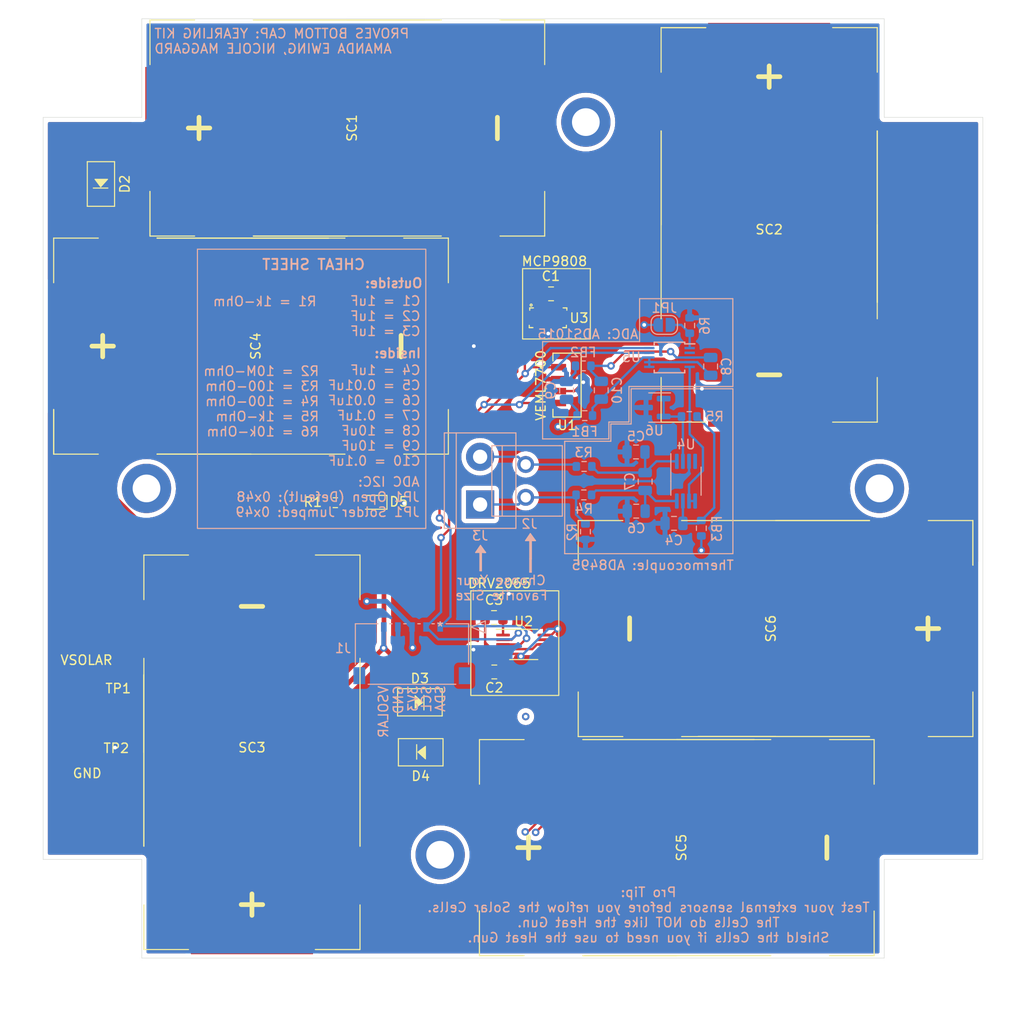
<source format=kicad_pcb>
(kicad_pcb (version 20211014) (generator pcbnew)
  (title_block (title "YEARLING KIT -Z") (date "2023-03-20") (rev "3.0"))
  (layers (0 "F.Cu" signal) (1 "In1.Cu" signal) (2 "In2.Cu" signal) (31 "B.Cu" signal) (34 "B.Paste" user) (35 "F.Paste" user) (36 "B.SilkS" user "B.Silkscreen") (37 "F.SilkS" user "F.Silkscreen") (38 "B.Mask" user) (39 "F.Mask" user) (44 "Edge.Cuts" user))
  (net 0 "")
  (net 1 "GND")
  (net 2 "+3V3")
  (net 3 "VSOLAR")
  (net 4 "SDA")
  (net 5 "SCL")
  (net 6 "Net-(D2-Pad2)")
  (net 7 "Net-(D3-Pad2)")
  (net 8 "Net-(D4-Pad2)")
  (net 11 "Net-(C6-Pad1)")
  (net 15 "Net-(SC1-Pad2)")
  (net 16 "Net-(SC3-Pad2)")
  (net 17 "Net-(SC5-Pad2)")
  (net 19 "Net-(U2-Pad7)")
  (net 21 "Net-(D5-Pad2)")
  (net 22 "Net-(C4-Pad1)")
  (net 23 "Net-(J2-Pad1)")
  (net 24 "AVDD")
  (net 25 "AGND")
  (net 26 "Net-(JP1-Pad1)")
  (net 27 "Net-(R5-Pad1)")
  (net 29 "OUT")
  (net 31 "Net-(J2-Pad2)")
  (net 32 "Net-(C3-Pad1)")
  (net 33 "Net-(C5-Pad2)")
  (footprint "SolarPanelBoards:MountingHoles" (layer "F.Cu") (at 110.5 85)
    (fp_text reference "J4")
    (fp_text value "Conn_01x01")
  )
  (footprint "SolarPanelBoards:MountingHoles" (layer "F.Cu") (at 141.75 124)
    (fp_text reference "J5")
    (fp_text value "Conn_01x01")
  )
  (footprint "SolarPanelBoards:MountingHoles" (layer "F.Cu") (at 157.25 46)
    (fp_text reference "J6")
    (fp_text value "Conn_01x01")
  )
  (footprint "SolarPanelBoards:MountingHoles" (layer "F.Cu") (at 188.5 85)
    (fp_text reference "J7")
    (fp_text value "Conn_01x01")
  )
  (footprint "SolarPanelBoards:DO-214AC" (layer "F.Cu") (at 139.59 107.77 180)
    (fp_text reference "D3")
    (fp_text value "CDBA240LL-HF")
  )
  (footprint "SolarPanelBoards:Test Pad" (layer "F.Cu") (at 104.05 106.11)
    (fp_text reference "TP1")
    (fp_text value "TestPoint")
  )
  (footprint "LED_SMD:LED_0603_1608Metric" (layer "F.Cu") (at 134.6025 86.48 180)
    (fp_text reference "D5")
    (fp_text value "CQY99")
  )
  (footprint "Capacitor_SMD:C_0805_2012Metric" (layer "F.Cu") (at 147.48 98.75 180)
    (fp_text reference "C3")
    (fp_text value "1uF")
  )
  (footprint "SolarPanelBoards:MCP9808-NoLeadPackage" (layer "F.Cu") (at 153.23 66.83 -90)
    (fp_text reference "U3")
    (fp_text value "MCP9808_DFN")
  )
  (footprint "SolarPanelBoards:KXOB101K08F-TR" (layer "F.Cu") (at 166.93 123.24 90)
    (fp_text reference "SC5")
    (fp_text value "SM101K07TF")
  )
  (footprint "SolarPanelBoards:Test Pad" (layer "F.Cu") (at 104.08 112.59)
    (fp_text reference "TP2")
    (fp_text value "TestPoint")
  )
  (footprint "SolarPanelBoards:KXOB101K08F-TR" (layer "F.Cu") (at 121.72 113.09 180)
    (fp_text reference "SC3")
    (fp_text value "SM101K07TF")
  )
  (footprint "Resistor_SMD:R_0603_1608Metric" (layer "F.Cu") (at 130.5925 86.52)
    (fp_text reference "R1")
    (fp_text value "1k")
  )
  (footprint "Capacitor_SMD:C_0805_2012Metric" (layer "F.Cu") (at 147.51 104.54 180)
    (fp_text reference "C2")
    (fp_text value "1uF")
  )
  (footprint "Package_SO:VSSOP-10_3x3mm_P0.5mm" (layer "F.Cu") (at 150.64 101.61)
    (fp_text reference "U2")
    (fp_text value "DRV2605LDGS")
  )
  (footprint "SolarPanelBoards:DO-214AC" (layer "F.Cu") (at 139.68 113.09)
    (fp_text reference "D4")
    (fp_text value "CDBA240LL-HF")
  )
  (footprint "Capacitor_SMD:C_0805_2012Metric" (layer "F.Cu") (at 153.55 64.285 180)
    (fp_text reference "C1")
    (fp_text value "1uF")
  )
  (footprint "VEML7700-TT:XDCR_VEML7700-TT" (layer "F.Cu") (at 155.25 74)
    (fp_text reference "U1")
    (fp_text value "VEML7700")
  )
  (footprint "SolarPanelBoards:KXOB101K08F-TR" (layer "F.Cu") (at 121.62 69.85 90)
    (fp_text reference "SC4")
    (fp_text value "SM101K07TF")
  )
  (footprint "SolarPanelBoards:KXOB101K08F-TR" (layer "F.Cu") (at 177.44 99.92 -90)
    (fp_text reference "SC6")
    (fp_text value "SM101K07TF")
  )
  (footprint "SolarPanelBoards:KXOB101K08F-TR" (layer "F.Cu") (at 176.76 56.94)
    (fp_text reference "SC2")
    (fp_text value "SM101K07TF")
  )
  (footprint "SolarPanelBoards:DO-214AC" (layer "F.Cu") (at 105.65 52.59 90)
    (fp_text reference "D2")
    (fp_text value "CDBA240LL-HF")
  )
  (footprint "SolarPanelBoards:KXOB101K08F-TR" (layer "F.Cu") (at 131.87 46.63 90)
    (fp_text reference "SC1")
    (fp_text value "SM101K07TF")
  )
  (footprint "SolarPanelBoards:CON_5040500591" (layer "B.Cu") (at 141.75 99.75)
    (fp_text reference "J1")
    (fp_text value "CON-5040500591" hide)
  )
  (footprint "Package_SO:TSSOP-10_3x3mm_P0.5mm" (layer "B.Cu") (at 166.15 71.06 180)
    (fp_text reference "U5")
    (fp_text value "ADS1015IDGS")
  )
  (footprint "SolarPanelBoards:ScrewTerminal" (layer "B.Cu") (at 150.85 84.2 90)
    (fp_text reference "J2")
    (fp_text value "Screw_Terminal_01x02")
  )
  (footprint "Capacitor_SMD:C_0805_2012Metric" (layer "B.Cu") (at 162.61 87.42 180)
    (fp_text reference "C6")
    (fp_text value "0.01uF")
  )
  (footprint "Capacitor_SMD:C_0805_2012Metric" (layer "B.Cu") (at 162.59 81.12)
    (fp_text reference "C5")
    (fp_text value "0.01uF")
  )
  (footprint "Capacitor_SMD:C_0805_2012Metric" (layer "B.Cu") (at 163.56 84.27 90)
    (fp_text reference "C7")
    (fp_text value "0.1uF")
  )
  (footprint "Capacitor_SMD:C_0805_2012Metric" (layer "B.Cu") (at 166.63 88.72 180)
    (fp_text reference "C4")
    (fp_text value "1uF")
  )
  (footprint "Capacitor_SMD:C_0805_2012Metric" (layer "B.Cu") (at 170.53 72.01 90)
    (fp_text reference "C8")
    (fp_text value "10uF")
  )
  (footprint "Jumper:SolderJumper-2_P1.3mm_Open_RoundedPad1.0x1.5mm" (layer "B.Cu") (at 165.6 67.59 180)
    (fp_text reference "JP1")
    (fp_text value "SolderJumper_2_Open")
  )
  (footprint "TerminalBlock:TerminalBlock_bornier-2_P5.08mm" (layer "B.Cu") (at 146 86.71 90)
    (fp_text reference "J3")
    (fp_text value "Screw_Terminal_01x02")
  )
  (footprint "Resistor_SMD:R_0603_1608Metric" (layer "B.Cu") (at 157.135 77.25 180)
    (fp_text reference "FB1")
    (fp_text value "FerriteBead")
  )
  (footprint "Resistor_SMD:R_0603_1608Metric" (layer "B.Cu") (at 157.21 89.605 -90)
    (fp_text reference "R2")
    (fp_text value "1-MOhm")
  )
  (footprint "Capacitor_SMD:C_0805_2012Metric" (layer "B.Cu") (at 155.2 74.57 -90)
    (fp_text reference "C9")
    (fp_text value "10uF")
  )
  (footprint "Resistor_SMD:R_0603_1608Metric" (layer "B.Cu") (at 169.54 89.235 -90)
    (fp_text reference "FB3")
    (fp_text value "FerriteBead")
  )
  (footprint "Capacitor_SMD:C_0805_2012Metric" (layer "B.Cu") (at 158.89 74.55 90)
    (fp_text reference "C10")
    (fp_text value "0.1uF")
  )
  (footprint "Resistor_SMD:R_0603_1608Metric" (layer "B.Cu") (at 168.255 77.35)
    (fp_text reference "R5")
    (fp_text value "1k")
  )
  (footprint "Resistor_SMD:R_0603_1608Metric" (layer "B.Cu") (at 157.065 82.66)
    (fp_text reference "R3")
    (fp_text value "100-Ohm")
  )
  (footprint "Resistor_SMD:R_0603_1608Metric" (layer "B.Cu") (at 156.965 71.95 180)
    (fp_text reference "FB2")
    (fp_text value "FerriteBead")
  )
  (footprint "Package_SO:MSOP-8_3x3mm_P0.65mm" (layer "B.Cu") (at 167.905 84.2275 -90)
    (fp_text reference "U4")
    (fp_text value "AD8495")
  )
  (footprint "Resistor_SMD:R_0603_1608Metric" (layer "B.Cu") (at 168.3 67.655 -90)
    (fp_text reference "R6")
    (fp_text value "10k-Ohm")
  )
  (footprint "Package_TO_SOT_SMD:SOT-23" (layer "B.Cu") (at 164.5925 76.39 180)
    (fp_text reference "U6")
    (fp_text value "TLVH431 DBZ SOT-23")
  )
  (footprint "Resistor_SMD:R_0603_1608Metric" (layer "B.Cu") (at 157.035 85.69 180)
    (fp_text reference "R4")
    (fp_text value "100-Ohm")
  )
  (gr_line (start 150.845 90.555) (end 151.815 90.555) (layer "B.SilkS") (width 0.12))
  (gr_line (start 172.89 64.8) (end 162.97 64.8) (layer "B.SilkS") (width 0.12))
  (gr_line (start 151.885 90.555) (end 151.535 90.535) (layer "B.SilkS") (width 0.12))
  (gr_line (start 172.9 91.95) (end 155 91.95) (layer "B.SilkS") (width 0.12))
  (gr_line (start 151.675 90.495) (end 150.975 90.495) (layer "B.SilkS") (width 0.12))
  (gr_line (start 145.98 93.765) (end 146.14 93.765) (layer "B.SilkS") (width 0.12))
  (gr_line (start 151.345 89.815) (end 150.845 90.555) (layer "B.SilkS") (width 0.12))
  (gr_line (start 145.67 91.755) (end 146.03 91.275) (layer "B.SilkS") (width 0.12))
  (gr_line (start 151.445 93.915) (end 151.285 93.915) (layer "B.SilkS") (width 0.12))
  (gr_line (start 151.345 89.835) (end 150.845 90.555) (layer "B.SilkS") (width 0.12))
  (gr_line (start 152.65 79.73) (end 152.65 69.37) (layer "B.SilkS") (width 0.12))
  (gr_line (start 146.03 91.275) (end 146.34 91.705) (layer "B.SilkS") (width 0.12))
  (gr_rect (start 115.92 59.53) (end 140.22 89.26) (layer "B.SilkS") (width 0.12) (fill none))
  (gr_line (start 146.04 93.765) (end 146.04 91.095) (layer "B.SilkS") (width 0.12))
  (gr_line (start 162.97 64.8) (end 162.97 64.83) (layer "B.SilkS") (width 0.12))
  (gr_line (start 146.14 93.765) (end 146.14 91.855) (layer "B.SilkS") (width 0.12))
  (gr_line (start 146.34 91.705) (end 145.81 91.695) (layer "B.SilkS") (width 0.12))
  (gr_line (start 151.345 93.905) (end 151.345 89.835) (layer "B.SilkS") (width 0.12))
  (gr_line (start 172.9 74.15) (end 161.84 74.15) (layer "B.SilkS") (width 0.12))
  (gr_line (start 151.345 89.815) (end 151.885 90.555) (layer "B.SilkS") (width 0.12))
  (gr_line (start 146.14 93.765) (end 146.13 91.835) (layer "B.SilkS") (width 0.12))
  (gr_line (start 146.04 91.095) (end 145.54 91.815) (layer "B.SilkS") (width 0.12))
  (gr_line (start 151.505 90.385) (end 151.235 90.385) (layer "B.SilkS") (width 0.12))
  (gr_line (start 151.885 90.555) (end 151.71 90.555) (layer "B.SilkS") (width 0.12))
  (gr_line (start 152.65 69.37) (end 162.97 69.37) (layer "B.SilkS") (width 0.12))
  (gr_line (start 162.07 74.39) (end 162.07 78.14) (layer "B.SilkS") (width 0.12))
  (gr_line (start 150.975 90.495) (end 151.335 90.015) (layer "B.SilkS") (width 0.12))
  (gr_line (start 146.2 91.645) (end 145.93 91.645) (layer "B.SilkS") (width 0.12))
  (gr_line (start 159.7 79.73) (end 152.65 79.73) (layer "B.SilkS") (width 0.12))
  (gr_line (start 162.97 69.37) (end 162.97 64.83) (layer "B.SilkS") (width 0.12))
  (gr_line (start 145.98 91.855) (end 145.98 93.765) (layer "B.SilkS") (width 0.12))
  (gr_line (start 146.37 91.755) (end 145.67 91.755) (layer "B.SilkS") (width 0.12))
  (gr_line (start 146.06 91.28) (end 146.43 91.7) (layer "B.SilkS") (width 0.12))
  (gr_line (start 151.325 90.205) (end 151.505 90.385) (layer "B.SilkS") (width 0.12))
  (gr_line (start 155 91.95) (end 155 79.98) (layer "B.SilkS") (width 0.12))
  (gr_line (start 159.91 78.14) (end 159.91 79.98) (layer "B.SilkS") (width 0.12))
  (gr_line (start 155 79.98) (end 159.91 79.98) (layer "B.SilkS") (width 0.12))
  (gr_line (start 146.02 91.465) (end 146.2 91.645) (layer "B.SilkS") (width 0.12))
  (gr_line (start 162.07 78.14) (end 159.91 78.14) (layer "B.SilkS") (width 0.12))
  (gr_line (start 146.58 91.815) (end 146.23 91.795) (layer "B.SilkS") (width 0.12))
  (gr_line (start 151.815 90.555) (end 151.345 89.835) (layer "B.SilkS") (width 0.12))
  (gr_line (start 145.54 91.815) (end 146.51 91.815) (layer "B.SilkS") (width 0.12))
  (gr_line (start 161.84 74.15) (end 161.84 77.93) (layer "B.SilkS") (width 0.12))
  (gr_line (start 146.04 91.075) (end 145.54 91.815) (layer "B.SilkS") (width 0.12))
  (gr_line (start 151.115 90.435) (end 151.325 90.205) (layer "B.SilkS") (width 0.12))
  (gr_line (start 151.285 90.595) (end 151.285 93.915) (layer "B.SilkS") (width 0.12))
  (gr_line (start 145.81 91.695) (end 146.02 91.465) (layer "B.SilkS") (width 0.12))
  (gr_line (start 162.08 74.39) (end 172.9 74.39) (layer "B.SilkS") (width 0.12))
  (gr_line (start 151.285 92.505) (end 151.445 92.505) (layer "B.SilkS") (width 0.12))
  (gr_line (start 151.445 92.505) (end 151.435 90.575) (layer "B.SilkS") (width 0.12))
  (gr_line (start 146.51 91.815) (end 146.04 91.095) (layer "B.SilkS") (width 0.12))
  (gr_line (start 159.7 77.93) (end 159.7 79.73) (layer "B.SilkS") (width 0.12))
  (gr_line (start 161.84 77.93) (end 159.7 77.93) (layer "B.SilkS") (width 0.12))
  (gr_line (start 172.9 74.39) (end 172.9 91.95) (layer "B.SilkS") (width 0.12))
  (gr_line (start 146.04 91.075) (end 146.58 91.815) (layer "B.SilkS") (width 0.12))
  (gr_line (start 151.445 93.915) (end 151.445 90.595) (layer "B.SilkS") (width 0.12))
  (gr_line (start 172.9 74.15) (end 172.89 64.8) (layer "B.SilkS") (width 0.12))
  (gr_line (start 151.645 90.445) (end 151.115 90.435) (layer "B.SilkS") (width 0.12))
  (gr_line (start 151.335 90.015) (end 151.645 90.445) (layer "B.SilkS") (width 0.12))
  (gr_line (start 146.58 91.815) (end 146.405 91.815) (layer "B.SilkS") (width 0.12))
  (gr_rect (start 150.52 61.6) (end 157.73 69.09) (layer "F.SilkS") (width 0.12) (fill none))
  (gr_rect (start 145.01 95.9) (end 154.37 107.04) (layer "F.SilkS") (width 0.12) (fill none))
  (gr_line (start 99.5 45.5) (end 110 45.5) (layer "Edge.Cuts") (width 0.05))
  (gr_line (start 189 135) (end 110 135) (layer "Edge.Cuts") (width 0.05))
  (gr_line (start 199.5 124.5) (end 189 124.5) (layer "Edge.Cuts") (width 0.05))
  (gr_line (start 189 45.5) (end 199.5 45.5) (layer "Edge.Cuts") (width 0.05))
  (gr_line (start 99.5 124.5) (end 99.5 45.5) (layer "Edge.Cuts") (width 0.05))
  (gr_line (start 110 135) (end 110 124.5) (layer "Edge.Cuts") (width 0.05))
  (gr_line (start 110 35) (end 189 35) (layer "Edge.Cuts") (width 0.05))
  (gr_line (start 110 124.5) (end 99.5 124.5) (layer "Edge.Cuts") (width 0.05))
  (gr_line (start 199.5 45.5) (end 199.5 124.5) (layer "Edge.Cuts") (width 0.05))
  (gr_line (start 189 35) (end 189 45.5) (layer "Edge.Cuts") (width 0.05))
  (gr_line (start 110 45.5) (end 110 35) (layer "Edge.Cuts") (width 0.05))
  (gr_line (start 189 124.5) (end 189 135) (layer "Edge.Cuts") (width 0.05))
  (gr_text "R1 = 1k-Ohm" (at 123.08 65.09) (layer "B.SilkS") (effects (font (size 1 1)) (justify mirror)))
  (gr_text "SCL" (at 140.29 107.37 90) (layer "B.SilkS") (effects (font (size 1 1)) (justify mirror)))
  (gr_text "C4 = 1uF\nC5 = 0.01uF\nC6 = 0.01uF\nC7 = 0.1uF\nC8 = 10uF\nC9 = 10uF\nC10 = 0.1uF" (at 139.74 77.24) (layer "B.SilkS") (effects (font (size 1 1)) (justify left mirror)))
  (gr_text "VSOLAR" (at 135.71 108.78 90) (layer "B.SilkS") (effects (font (size 1 1)) (justify mirror)))
  (gr_text "Thermocouple: AD8495" (at 164.37 93.18) (layer "B.SilkS") (effects (font (size 1 1)) (justify mirror)))
  (gr_text "GND" (at 137.3 107.5 90) (layer "B.SilkS") (effects (font (size 1 1)) (justify mirror)))
  (gr_text "3V3" (at 138.86 107.39 90) (layer "B.SilkS") (effects (font (size 1 1)) (justify mirror)))
  (gr_text "PROVES BOTTOM CAP: YEARLING KIT\nAMANDA EWING, NICOLE MAGGARD" (at 111.25 37.38) (layer "B.SilkS") (effects (font (size 1 1)) (justify right mirror)))
  (gr_text "ADC I2C:\nJP1 Open (Defeult): 0x48\nJP1 Solder Jumped: 0x49" (at 139.65 85.91) (layer "B.SilkS") (effects (font (size 1 1)) (justify left mirror)))
  (gr_text "CHEAT SHEET" (at 128.28 61.16) (layer "B.SilkS") (effects (font (size 1.1 1.1) (thickness 0.2)) (justify mirror)))
  (gr_text "Pro Tip:\nTest your external sensors before you reflow the Solar Cells.\nThe Cells do NOT like the Heat Gun.\nShield the Cells if you need to use the Heat Gun." (at 163.92 130.41) (layer "B.SilkS") (effects (font (size 1 1)) (justify mirror)))
  (gr_text "ADC: ADS1015" (at 157.47 68.58) (layer "B.SilkS") (effects (font (size 1 1)) (justify mirror)))
  (gr_text "R2 = 10M-Ohm\nR3 = 100-Ohm\nR4 = 100-Ohm\nR5 = 1k-Ohm\nR6 = 10k-Ohm" (at 128.95 75.73) (layer "B.SilkS") (effects (font (size 1 1)) (justify left mirror)))
  (gr_text "C1 = 1uF\nC2 = 1uF\nC3 = 1uF" (at 139.74 66.65) (layer "B.SilkS") (effects (font (size 1 1)) (justify left mirror)))
  (gr_text "SDA" (at 141.77 107.37 90) (layer "B.SilkS") (effects (font (size 1 1)) (justify mirror)))
  (gr_text "Inside:" (at 137.23 70.61) (layer "B.SilkS") (effects (font (size 1 1) (thickness 0.2)) (justify mirror)))
  (gr_text "Choose Your\nFavorite Size" (at 148.27 95.59) (layer "B.SilkS") (effects (font (size 1 1)) (justify mirror)))
  (gr_text "Outside:" (at 136.81 63.15) (layer "B.SilkS") (effects (font (size 1 1) (thickness 0.2)) (justify mirror)))
  (gr_text "GND" (at 104.19 115.33) (layer "F.SilkS") (effects (font (size 1 1))))
  (gr_text "VEML7700" (at 152.46 74.03 90) (layer "F.SilkS") (effects (font (size 1 1))))
  (gr_text "MCP9808" (at 153.91 60.82) (layer "F.SilkS") (effects (font (size 1 1))))
  (gr_text "DRV2065" (at 148.06 95.11) (layer "F.SilkS") (effects (font (size 1 1))))
  (gr_text "VSOLAR" (at 104.11 103.28) (layer "F.SilkS") (effects (font (size 1 1))))
  (segment (start 153.74 96.22) (end 149.06 96.22) (width 0.5) (layer "F.Cu") (net 1))
  (segment (start 153.23 68.49) (end 153.25 68.51) (width 0.25) (layer "F.Cu") (net 1))
  (segment (start 149.06 96.22) (end 146.53 98.75) (width 0.5) (layer "F.Cu") (net 1))
  (segment (start 176.76 76.94) (end 174.21 74.39) (width 0.5) (layer "F.Cu") (net 1))
  (segment (start 135.39 86.48) (end 137.81 86.48) (width 0.25) (layer "F.Cu") (net 1))
  (segment (start 152.48 67.58) (end 153.23 66.83) (width 0.25) (layer "F.Cu") (net 1))
  (segment (start 146.56 104.54) (end 146.53 104.51) (width 0.25) (layer "F.Cu") (net 1))
  (segment (start 146.53 101.4) (end 146.53 98.75) (width 0.25) (layer "F.Cu") (net 1))
  (segment (start 141.62 69.85) (end 145.33 69.85) (width 0.5) (layer "F.Cu") (net 1))
  (segment (start 153.23 66.83) (end 153.23 68.49) (width 0.25) (layer "F.Cu") (net 1))
  (segment (start 147.26 102.13) (end 146.53 101.4) (width 0.25) (layer "F.Cu") (net 1))
  (segment (start 152.049315 101.61) (end 152.84 101.61) (width 0.25) (layer "F.Cu") (net 1))
  (segment (start 153.98 67.58) (end 153.23 66.83) (width 0.25) (layer "F.Cu") (net 1))
  (segment (start 153.23 66.83) (end 153.23 64.915) (width 0.25) (layer "F.Cu") (net 1))
  (segment (start 148.44 102.11) (end 151.549315 102.11) (width 0.25) (layer "F.Cu") (net 1))
  (segment (start 154.68 67.58) (end 153.98 67.58) (width 0.25) (layer "F.Cu") (net 1))
  (segment (start 148.44 102.11) (end 148.42 102.13) (width 0.25) (layer "F.Cu") (net 1))
  (segment (start 176.76 76.94) (end 176.71 76.94) (width 0.5) (layer "F.Cu") (net 1))
  (segment (start 151.78 67.58) (end 152.48 67.58) (width 0.25) (layer "F.Cu") (net 1))
  (segment (start 156.04 74.635) (end 156.9775 73.6975) (width 0.25) (layer "F.Cu") (net 1))
  (segment (start 157.44 99.92) (end 153.74 96.22) (width 0.5) (layer "F.Cu") (net 1))
  (segment (start 151.549315 102.11) (end 152.049315 101.61) (width 0.25) (layer "F.Cu") (net 1))
  (segment (start 104.08 112.59) (end 107.15 112.59) (width 0.5) (layer "F.Cu") (net 1))
  (segment (start 174.21 74.39) (end 169.6 74.39) (width 0.5) (layer "F.Cu") (net 1))
  (segment (start 146.53 104.51) (end 146.53 101.4) (width 0.25) (layer "F.Cu") (net 1))
  (segment (start 153.23 64.915) (end 152.6 64.285) (width 0.25) (layer "F.Cu") (net 1))
  (segment (start 154.35 74.635) (end 156.04 74.635) (width 0.25) (layer "F.Cu") (net 1))
  (segment (start 148.42 102.13) (end 147.26 102.13) (width 0.25) (layer "F.Cu") (net 1))
  (via (at 169.6 74.39) (size 0.8) (drill 0.4) (layers "F.Cu" "B.Cu") (net 1))
  (via (at 107.15 112.59) (size 0.8) (drill 0.4) (layers "F.Cu" "B.Cu") (net 1))
  (via (at 137.91 86.58) (size 0.8) (drill 0.4) (layers "F.Cu" "B.Cu") (net 1))
  (via (at 153.25 68.51) (size 0.8) (drill 0.4) (layers "F.Cu" "B.Cu") (net 1))
  (via (at 149.06 96.22) (size 0.8) (drill 0.4) (layers "F.Cu" "B.Cu") (net 1))
  (via (at 145.33 69.85) (size 0.8) (drill 0.4) (layers "F.Cu" "B.Cu") (net 1))
  (via (at 145.29 102.16) (size 0.8) (drill 0.4) (layers "F.Cu" "B.Cu") (net 1))
  (via (at 156.9775 73.6975) (size 0.8) (drill 0.4) (layers "F.Cu" "B.Cu") (net 1))
  (segment (start 168.23 82.115) (end 168.23 83.23) (width 0.25) (layer "B.Cu") (net 1))
  (segment (start 144.749999 102.16) (end 143.679999 103.23) (width 0.5) (layer "B.Cu") (net 1))
  (segment (start 167.23 84.23) (end 157.32 84.23) (width 0.25) (layer "B.Cu") (net 1))
  (segment (start 143.679999 103.23) (end 138.66 103.23) (width 0.5) (layer "B.Cu") (net 1))
  (segment (start 156.14 72.68) (end 155.2 73.62) (width 0.25) (layer "B.Cu") (net 1))
  (segment (start 156.9 73.62) (end 156.9775 73.6975) (width 0.25) (layer "B.Cu") (net 1))
  (segment (start 145.29 102.16) (end 144.749999 102.16) (width 0.5) (layer "B.Cu") (net 1))
  (segment (start 168.23 83.23) (end 167.23 84.23) (width 0.25) (layer "B.Cu") (net 1))
  (segment (start 137.27 99.729999) (end 137.249999 99.75) (width 0.25) (layer "B.Cu") (net 1))
  (segment (start 138.66 103.23) (end 137.249999 101.819999) (width 0.5) (layer "B.Cu") (net 1))
  (segment (start 155.2 73.62) (end 156.9 73.62) (width 0.25) (layer "B.Cu") (net 1))
  (segment (start 137.249999 101.819999) (end 137.249999 99.75) (width 0.5) (layer "B.Cu") (net 1))
  (segment (start 156.14 71.95) (end 156.14 72.68) (width 0.25) (layer "B.Cu") (net 1))
  (segment (start 154.68 67.08) (end 154.68 66.08) (width 0.25) (layer "F.Cu") (net 2))
  (segment (start 152.84 100.61) (end 153.58 100.61) (width 0.25) (layer "F.Cu") (net 2))
  (segment (start 148.44 102.61) (end 150.07 102.61) (width 0.25) (layer "F.Cu") (net 2))
  (segment (start 154.68 64.465) (end 154.5 64.285) (width 0.25) (layer "F.Cu") (net 2))
  (segment (start 148.46 104.54) (end 148.46 102.63) (width 0.25) (layer "F.Cu") (net 2))
  (segment (start 150.07 102.61) (end 150.34 102.88) (width 0.25) (layer "F.Cu") (net 2))
  (segment (start 154.68 66.08) (end 154.68 64.465) (width 0.25) (layer "F.Cu") (net 2))
  (segment (start 148.46 102.63) (end 148.44 102.61) (width 0.25) (layer "F.Cu") (net 2))
  (segment (start 153.58 100.61) (end 154.25 99.94) (width 0.25) (layer "F.Cu") (net 2))
  (via (at 133.94 97.02) (size 0.8) (drill 0.4) (layers "F.Cu" "B.Cu") (net 2))
  (via (at 169.54 91.6) (size 0.8) (drill 0.4) (layers "F.Cu" "B.Cu") (net 2))
  (via (at 150.34 102.88) (size 0.8) (drill 0.4) (layers "F.Cu" "B.Cu") (net 2))
  (via (at 138.815 101.955) (size 0.8) (drill 0.4) (layers "F.Cu" "B.Cu") (net 2))
  (via (at 154.29 78.43) (size 0.8) (drill 0.4) (layers "F.Cu" "B.Cu") (net 2))
  (via (at 154.25 99.94) (size 0.8) (drill 0.4) (layers "F.Cu" "B.Cu") (net 2))
  (via (at 163.46 67.59) (size 0.8) (drill 0.4) (layers "F.Cu" "B.Cu") (net 2))
  (segment (start 155.13 78.43) (end 154.29 78.43) (width 0.25) (layer "B.Cu") (net 2))
  (segment (start 169.52 90.04) (end 169.54 90.06) (width 0.25) (layer "B.Cu") (net 2))
  (segment (start 150.34 102.88) (end 153.27 99.95) (width 0.25) (layer "B.Cu") (net 2))
  (segment (start 156.31 77.25) (end 156.31 76.63) (width 0.25) (layer "B.Cu") (net 2))
  (segment (start 153.27 99.95) (end 154.24 99.95) (width 0.25) (layer "B.Cu") (net 2))
  (segment (start 156.31 76.63) (end 155.2 75.52) (width 0.25) (layer "B.Cu") (net 2))
  (segment (start 136.020001 97.02) (end 133.94 97.02) (width 0.5) (layer "B.Cu") (net 2))
  (segment (start 138.750001 101.720001) (end 138.9 101.87) (width 0.5) (layer "B.Cu") (net 2))
  (segment (start 164.95 67.59) (end 163.46 67.59) (width 0.25) (layer "B.Cu") (net 2))
  (segment (start 138.750001 99.75) (end 136.020001 97.02) (width 0.5) (layer "B.Cu") (net 2))
  (segment (start 156.31 77.25) (end 155.13 78.43) (width 0.25) (layer "B.Cu") (net 2))
  (segment (start 169.54 90.06) (end 169.54 91.6) (width 0.25) (layer "B.Cu") (net 2))
  (segment (start 138.750001 99.75) (end 138.750001 101.720001) (width 0.5) (layer "B.Cu") (net 2))
  (segment (start 131.61 106.11) (end 135.73 101.99) (width 0.5) (layer "F.Cu") (net 3))
  (segment (start 104.05 106.11) (end 131.61 106.11) (width 0.5) (layer "F.Cu") (net 3))
  (segment (start 135.73 101.99) (end 135.77 101.95) (width 0.5) (layer "F.Cu") (net 3))
  (segment (start 137.68 111.68) (end 141.59 107.77) (width 0.5) (layer "F.Cu") (net 3))
  (segment (start 132.23 90.18) (end 135.77 93.72) (width 0.5) (layer "F.Cu") (net 3))
  (segment (start 137.68 113.09) (end 137.68 111.68) (width 0.5) (layer "F.Cu") (net 3))
  (segment (start 135.77 93.72) (end 135.77 101.95) (width 0.5) (layer "F.Cu") (net 3))
  (segment (start 135.77 101.95) (end 141.59 107.77) (width 0.5) (layer "F.Cu") (net 3))
  (segment (start 105.65 84.498707) (end 111.331293 90.18) (width 0.5) (layer "F.Cu") (net 3))
  (segment (start 111.331293 90.18) (end 132.23 90.18) (width 0.5) (layer "F.Cu") (net 3))
  (segment (start 105.65 54.59) (end 105.65 84.498707) (width 0.5) (layer "F.Cu") (net 3))
  (via (at 135.73 101.99) (size 0.8) (drill 0.4) (layers "F.Cu" "B.Cu") (net 3))
  (segment (start 135.73 101.99) (end 135.73 99.769999) (width 0.5) (layer "B.Cu") (net 3))
  (segment (start 135.73 99.769999) (end 135.749999 99.75) (width 0.5) (layer "B.Cu") (net 3))
  (segment (start 135.67 99.670001) (end 135.749999 99.75) (width 0.25) (layer "B.Cu") (net 3))
  (segment (start 150.385 75.905) (end 150.24 76.05) (width 0.25) (layer "F.Cu") (net 4))
  (segment (start 149.95 71.94) (end 149.95 67.098604) (width 0.25) (layer "F.Cu") (net 4))
  (segment (start 146.535 75.975) (end 149.95 72.56) (width 0.25) (layer "F.Cu") (net 4))
  (segment (start 150.968604 66.08) (end 151.78 66.08) (width 0.25) (layer "F.Cu") (net 4))
  (segment (start 143.34 79.17) (end 141.68 80.83) (width 0.25) (layer "F.Cu") (net 4))
  (segment (start 154.35 75.905) (end 150.385 75.905) (width 0.25) (layer "F.Cu") (net 4))
  (segment (start 149.95 72.56) (end 149.95 71.94) (width 0.25) (layer "F.Cu") (net 4))
  (segment (start 149.95 67.098604) (end 150.968604 66.08) (width 0.25) (layer "F.Cu") (net 4))
  (segment (start 150.29 101.61) (end 150.94 100.96) (width 0.25) (layer "F.Cu") (net 4))
  (segment (start 146.435 76.075) (end 146.535 75.975) (width 0.25) (layer "F.Cu") (net 4))
  (segment (start 148.44 101.61) (end 150.29 101.61) (width 0.25) (layer "F.Cu") (net 4))
  (segment (start 141.68 80.83) (end 141.68 88.15) (width 0.25) (layer "F.Cu") (net 4))
  (segment (start 143.34 79.17) (end 146.435 76.075) (width 0.25) (layer "F.Cu") (net 4))
  (via (at 146.435 76.075) (size 0.8) (drill 0.4) (layers "F.Cu" "B.Cu") (net 4))
  (via (at 150.185 76.075) (size 0.8) (drill 0.4) (layers "F.Cu" "B.Cu") (net 4))
  (via (at 141.68 88.15) (size 0.8) (drill 0.4) (layers "F.Cu" "B.Cu") (net 4))
  (via (at 150.94 100.96) (size 0.8) (drill 0.4) (layers "F.Cu" "B.Cu") (net 4))
  (segment (start 141.75 99.75) (end 142.845 98.655) (width 0.25) (layer "B.Cu") (net 4))
  (segment (start 142.845 89.315) (end 142.845 98.655) (width 0.25) (layer "B.Cu") (net 4))
  (segment (start 164 70.56) (end 155.7 70.56) (width 0.25) (layer "B.Cu") (net 4))
  (segment (start 141.835 99.665) (end 150.370305 99.665) (width 0.25) (layer "B.Cu") (net 4))
  (segment (start 155.7 70.56) (end 150.185 76.075) (width 0.25) (layer "B.Cu") (net 4))
  (segment (start 146.51 76) (end 146.435 76.075) (width 0.25) (layer "B.Cu") (net 4))
  (segment (start 150.370305 99.665) (end 150.94 100.234695) (width 0.25) (layer "B.Cu") (net 4))
  (segment (start 150.94 100.234695) (end 150.94 100.96) (width 0.25) (layer "B.Cu") (net 4))
  (segment (start 150.185 76.075) (end 146.435 76.075) (width 0.25) (layer "B.Cu") (net 4))
  (segment (start 141.68 88.15) (end 142.845 89.315) (width 0.25) (layer "B.Cu") (net 4))
  (segment (start 142.69 80.88) (end 150.35 73.22) (width 0.25) (layer "F.Cu") (net 5))
  (segment (start 148.44 101.11) (end 149.35 101.11) (width 0.25) (layer "F.Cu") (net 5))
  (segment (start 142.7 81.46) (end 142.69 81.45) (width 0.25) (layer "F.Cu") (net 5))
  (segment (start 150.51 73.06) (end 150.35 73.22) (width 0.25) (layer "F.Cu") (net 5))
  (segment (start 150.7625 66.9225) (end 150.7625 72.8075) (width 0.25) (layer "F.Cu") (net 5))
  (segment (start 151.78 66.58) (end 151.105 66.58) (width 0.25) (layer "F.Cu") (net 5))
  (segment (start 150.7625 72.8075) (end 150.51 73.06) (width 0.25) (layer "F.Cu") (net 5))
  (segment (start 142.69 81.45) (end 142.69 80.88) (width 0.25) (layer "F.Cu") (net 5))
  (segment (start 154.34 72.085) (end 154.35 72.095) (width 0.25) (layer "F.Cu") (net 5))
  (segment (start 142.7 89.38) (end 141.84 90.24) (width 0.25) (layer "F.Cu") (net 5))
  (segment (start 151.105 66.58) (end 150.7625 66.9225) (width 0.25) (layer "F.Cu") (net 5))
  (segment (start 151.475 72.095) (end 150.8 72.77) (width 0.25) (layer "F.Cu") (net 5))
  (segment (start 150.8 72.77) (end 150.7625 72.8075) (width 0.25) (layer "F.Cu") (net 5))
  (segment (start 149.35 101.11) (end 150.07 100.39) (width 0.25) (layer "F.Cu") (net 5))
  (segment (start 154.35 72.095) (end 151.475 72.095) (width 0.25) (layer "F.Cu") (net 5))
  (segment (start 142.7 81.46) (end 142.7 89.38) (width 0.25) (layer "F.Cu") (net 5))
  (via (at 141.84 90.24) (size 0.8) (drill 0.4) (layers "F.Cu" "B.Cu") (net 5))
  (via (at 150.8 72.77) (size 0.8) (drill 0.4) (layers "F.Cu" "B.Cu") (net 5))
  (via (at 150.07 100.39) (size 0.8) (drill 0.4) (layers "F.Cu" "B.Cu") (net 5))
  (segment (start 153.51 70.06) (end 150.8 72.77) (width 0.25) (layer "B.Cu") (net 5))
  (segment (start 164 70.06) (end 153.51 70.06) (width 0.25) (layer "B.Cu") (net 5))
  (segment (start 141.84 98.16) (end 140.52 99.48) (width 0.25) (layer "B.Cu") (net 5))
  (segment (start 140.52 99.48) (end 140.25 99.75) (width 0.25) (layer "B.Cu") (net 5))
  (segment (start 141.56 101.06) (end 149.4 101.06) (width 0.25) (layer "B.Cu") (net 5))
  (segment (start 140.25 99.75) (end 141.56 101.06) (width 0.25) (layer "B.Cu") (net 5))
  (segment (start 141.84 90.24) (end 141.84 98.16) (width 0.25) (layer "B.Cu") (net 5))
  (segment (start 149.4 101.06) (end 150.07 100.39) (width 0.25) (layer "B.Cu") (net 5))
  (segment (start 111.87 46.63) (end 109.61 46.63) (width 0.5) (layer "F.Cu") (net 6))
  (segment (start 109.61 46.63) (end 105.65 50.59) (width 0.5) (layer "F.Cu") (net 6))
  (segment (start 121.72 123.64) (end 121.72 133.09) (width 0.5) (layer "F.Cu") (net 7))
  (segment (start 137.59 107.77) (end 121.72 123.64) (width 0.5) (layer "F.Cu") (net 7))
  (segment (start 141.68 117.99) (end 141.68 113.09) (width 0.5) (layer "F.Cu") (net 8))
  (segment (start 146.93 123.24) (end 141.68 117.99) (width 0.5) (layer "F.Cu") (net 8))
  (segment (start 164.68 86.34) (end 166.93 86.34) (width 0.25) (layer "B.Cu") (net 11))
  (segment (start 163.56 87.42) (end 163.56 85.22) (width 0.25) (layer "B.Cu") (net 11))
  (segment (start 163.56 85.22) (end 164.68 86.34) (width 0.25) (layer "B.Cu") (net 11))
  (segment (start 158.33 85.22) (end 157.86 85.69) (width 0.25) (layer "B.Cu") (net 11))
  (segment (start 163.56 85.22) (end 158.33 85.22) (width 0.25) (layer "B.Cu") (net 11))
  (segment (start 151.87 46.63) (end 151.87 41.41) (width 0.5) (layer "F.Cu") (net 15))
  (segment (start 151.87 41.41) (end 156.34 36.94) (width 0.5) (layer "F.Cu") (net 15))
  (segment (start 156.34 36.94) (end 176.76 36.94) (width 0.5) (layer "F.Cu") (net 15))
  (segment (start 101.62 86.41) (end 108.3 93.09) (width 0.5) (layer "F.Cu") (net 16))
  (segment (start 101.62 69.85) (end 101.62 86.41) (width 0.5) (layer "F.Cu") (net 16))
  (segment (start 108.3 93.09) (end 121.72 93.09) (width 0.5) (layer "F.Cu") (net 16))
  (segment (start 197.44 112.73) (end 186.93 123.24) (width 0.5) (layer "F.Cu") (net 17))
  (segment (start 197.44 99.92) (end 197.44 112.73) (width 0.5) (layer "F.Cu") (net 17))
  (segment (start 151.06 121.57) (end 154.55 118.08) (width 0.25) (layer "F.Cu") (net 19))
  (segment (start 155.15 118.38) (end 151.91 121.62) (width 0.25) (layer "F.Cu") (net 19))
  (segment (start 155.15 102.61) (end 155.15 118.38) (width 0.25) (layer "F.Cu") (net 19))
  (segment (start 153.630685 102.11) (end 152.84 102.11) (width 0.25) (layer "F.Cu") (net 19))
  (segment (start 154.55 118.08) (end 154.55 103.029315) (width 0.25) (layer "F.Cu") (net 19))
  (segment (start 152.84 101.11) (end 153.65 101.11) (width 0.25) (layer "F.Cu") (net 19))
  (segment (start 150.8 121.57) (end 151.06 121.57) (width 0.25) (layer "F.Cu") (net 19))
  (segment (start 154.55 103.029315) (end 153.630685 102.11) (width 0.25) (layer "F.Cu") (net 19))
  (segment (start 153.65 101.11) (end 155.15 102.61) (width 0.25) (layer "F.Cu") (net 19))
  (via (at 150.8 121.57) (size 0.8) (drill 0.4) (layers "F.Cu" "B.Cu") (net 19))
  (via (at 150.85 109.29) (size 0.8) (drill 0.4) (layers "F.Cu" "B.Cu") (net 19))
  (via (at 151.91 121.62) (size 0.8) (drill 0.4) (layers "F.Cu" "B.Cu") (net 19))
  (segment (start 131.4175 86.52) (end 133.775 86.52) (width 0.25) (layer "F.Cu") (net 21))
  (segment (start 167.58 86.34) (end 167.58 88.72) (width 0.25) (layer "B.Cu") (net 22))
  (segment (start 169.29 77.35) (end 169.08 77.35) (width 0.25) (layer "B.Cu") (net 22))
  (segment (start 170.91 79.18) (end 169.08 77.35) (width 0.25) (layer "B.Cu") (net 22))
  (segment (start 169.23 88.72) (end 169.54 88.41) (width 0.25) (layer "B.Cu") (net 22))
  (segment (start 170.91 87.04) (end 170.91 79.18) (width 0.25) (layer "B.Cu") (net 22))
  (segment (start 169.54 88.41) (end 170.91 87.04) (width 0.25) (layer "B.Cu") (net 22))
  (segment (start 167.58 88.72) (end 169.23 88.72) (width 0.25) (layer "B.Cu") (net 22))
  (segment (start 150.03 81.63) (end 150.85 82.45) (width 0.25) (layer "B.Cu") (net 23))
  (segment (start 156.04 82.46) (end 150.72 82.46) (width 0.25) (layer "B.Cu") (net 23))
  (segment (start 146 81.63) (end 150.03 81.63) (width 0.25) (layer "B.Cu") (net 23))
  (segment (start 156.24 82.66) (end 156.04 82.46) (width 0.25) (layer "B.Cu") (net 23))
  (segment (start 168.3 71.56) (end 169.125 71.56) (width 0.25) (layer "B.Cu") (net 24))
  (segment (start 158.89 75.5) (end 163.33 71.06) (width 0.25) (layer "B.Cu") (net 24))
  (segment (start 164 71.06) (end 164 72.06) (width 0.25) (layer "B.Cu") (net 24))
  (segment (start 157.96 77.25) (end 157.96 76.43) (width 0.25) (layer "B.Cu") (net 24))
  (segment (start 168.3 71.56) (end 164 71.56) (width 0.25) (layer "B.Cu") (net 24))
  (segment (start 170.525 72.96) (end 170.53 72.96) (width 0.25) (layer "B.Cu") (net 24))
  (segment (start 163.33 71.06) (end 164 71.06) (width 0.25) (layer "B.Cu") (net 24))
  (segment (start 157.96 76.43) (end 158.89 75.5) (width 0.25) (layer "B.Cu") (net 24))
  (segment (start 169.125 71.56) (end 170.525 72.96) (width 0.25) (layer "B.Cu") (net 24))
  (segment (start 159.93 71.95) (end 161.45 70.43) (width 0.25) (layer "F.Cu") (net 25))
  (segment (start 161.45 70.43) (end 166.27 70.43) (width 0.25) (layer "F.Cu") (net 25))
  (via (at 166.27 70.43) (size 0.8) (drill 0.4) (layers "F.Cu" "B.Cu") (net 25))
  (via (at 159.93 71.95) (size 0.8) (drill 0.4) (layers "F.Cu" "B.Cu") (net 25))
  (segment (start 157.79 72.5) (end 158.89 73.6) (width 0.25) (layer "B.Cu") (net 25))
  (segment (start 157.79 71.95) (end 159.93 71.95) (width 0.25) (layer "B.Cu") (net 25))
  (segment (start 168.3 71.06) (end 166.9 71.06) (width 0.25) (layer "B.Cu") (net 25))
  (segment (start 157.79 72.5) (end 157.79 71.95) (width 0.25) (layer "B.Cu") (net 25))
  (segment (start 168.3 71.06) (end 170.53 71.06) (width 0.25) (layer "B.Cu") (net 25))
  (segment (start 166.9 71.06) (end 166.27 70.43) (width 0.25) (layer "B.Cu") (net 25))
  (segment (start 166.25 67.59) (end 167.41 67.59) (width 0.25) (layer "B.Cu") (net 26))
  (segment (start 168.3 70.06) (end 168.3 68.48) (width 0.25) (layer "B.Cu") (net 26))
  (segment (start 167.41 67.59) (end 168.3 68.48) (width 0.25) (layer "B.Cu") (net 26))
  (segment (start 165.54 77.35) (end 165.53 77.34) (width 0.25) (layer "B.Cu") (net 27))
  (segment (start 167.43 77.35) (end 165.54 77.35) (width 0.25) (layer "B.Cu") (net 27))
  (segment (start 167.58 77.5) (end 167.43 77.35) (width 0.25) (layer "B.Cu") (net 27))
  (segment (start 167.58 82.115) (end 167.58 77.5) (width 0.25) (layer "B.Cu") (net 27))
  (segment (start 165.53 77.34) (end 165.53 75.44) (width 0.25) (layer "B.Cu") (net 27))
  (segment (start 169.71 80.64) (end 168.3 79.23) (width 0.25) (layer "B.Cu") (net 29))
  (segment (start 168.3 79.23) (end 168.3 72.06) (width 0.25) (layer "B.Cu") (net 29))
  (segment (start 168.88 86.34) (end 168.23 86.34) (width 0.25) (layer "B.Cu") (net 29))
  (segment (start 168.23 84.58) (end 169.71 83.1) (width 0.25) (layer "B.Cu") (net 29))
  (segment (start 168.23 86.34) (end 168.23 84.58) (width 0.25) (layer "B.Cu") (net 29))
  (segment (start 169.71 83.1) (end 169.71 80.64) (width 0.25) (layer "B.Cu") (net 29))
  (segment (start 150.09 86.71) (end 150.85 85.95) (width 0.25) (layer "B.Cu") (net 31))
  (segment (start 156.21 85.69) (end 155.94 85.96) (width 0.25) (layer "B.Cu") (net 31))
  (segment (start 146 86.71) (end 150.09 86.71) (width 0.25) (layer "B.Cu") (net 31))
  (segment (start 156.21 87.78) (end 157.21 88.78) (width 0.25) (layer "B.Cu") (net 31))
  (segment (start 155.94 85.96) (end 150.72 85.96) (width 0.25) (layer "B.Cu") (net 31))
  (segment (start 156.21 85.69) (end 156.21 87.78) (width 0.25) (layer "B.Cu") (net 31))
  (segment (start 148.44 98.76) (end 148.43 98.75) (width 0.25) (layer "F.Cu") (net 32))
  (segment (start 148.44 100.61) (end 148.44 98.76) (width 0.25) (layer "F.Cu") (net 32))
  (segment (start 164.765 82.115) (end 166.93 82.115) (width 0.25) (layer "B.Cu") (net 33))
  (segment (start 163.56 81.14) (end 163.54 81.12) (width 0.25) (layer "B.Cu") (net 33))
  (segment (start 163.56 83.32) (end 164.765 82.115) (width 0.25) (layer "B.Cu") (net 33))
  (segment (start 163.56 83.32) (end 163.56 81.14) (width 0.25) (layer "B.Cu") (net 33))
  (segment (start 163.56 83.32) (end 160.83 83.32) (width 0.25) (layer "B.Cu") (net 33))
  (segment (start 158.55 83.32) (end 157.89 82.66) (width 0.25) (layer "B.Cu") (net 33))
  (segment (start 163.575 83.335) (end 163.56 83.32) (width 0.25) (layer "B.Cu") (net 33))
  (segment (start 163.56 83.32) (end 158.55 83.32) (width 0.25) (layer "B.Cu") (net 33))
  (zone (net 2) (net_name "+3V3") (layer "F.Cu") (connect_pads (clearance 0.508)) (min_thickness 0.254) (fill yes (thermal_gap 0.508) (thermal_bridge_width 0.508))
    (polygon (pts (xy 189 45.5) (xy 199.5 45.5) (xy 199.5 124.5) (xy 189 124.5) (xy 189 135) (xy 110 135) (xy 110 124.5) (xy 99.5 124.5) (xy 99.5 45.5) (xy 110 45.49) (xy 110 35) (xy 189 35)))
  )
  (zone (net 1) (net_name "GND") (layer "B.Cu") (connect_pads (clearance 0.508)) (min_thickness 0.254) (fill yes (thermal_gap 0.508) (thermal_bridge_width 0.508))
    (polygon (pts (xy 189 45.5) (xy 199.5 45.5) (xy 199.5 124.5) (xy 189 124.5) (xy 189 135) (xy 110 135) (xy 110 124.5) (xy 99.5 124.5) (xy 99.5 45.5) (xy 110.01 45.49) (xy 110 35) (xy 189 35)))
  )
  (zone (net 1) (net_name "GND") (layers "In1.Cu" "B.Cu") (connect_pads (clearance 0.508)) (min_thickness 0.254) (fill yes (thermal_gap 0.508) (thermal_bridge_width 0.508))
    (polygon (pts (xy 203.9 33.19) (xy 203.36 136.85) (xy 94.91 136.85) (xy 98.38 33)))
  )
)
</source>
